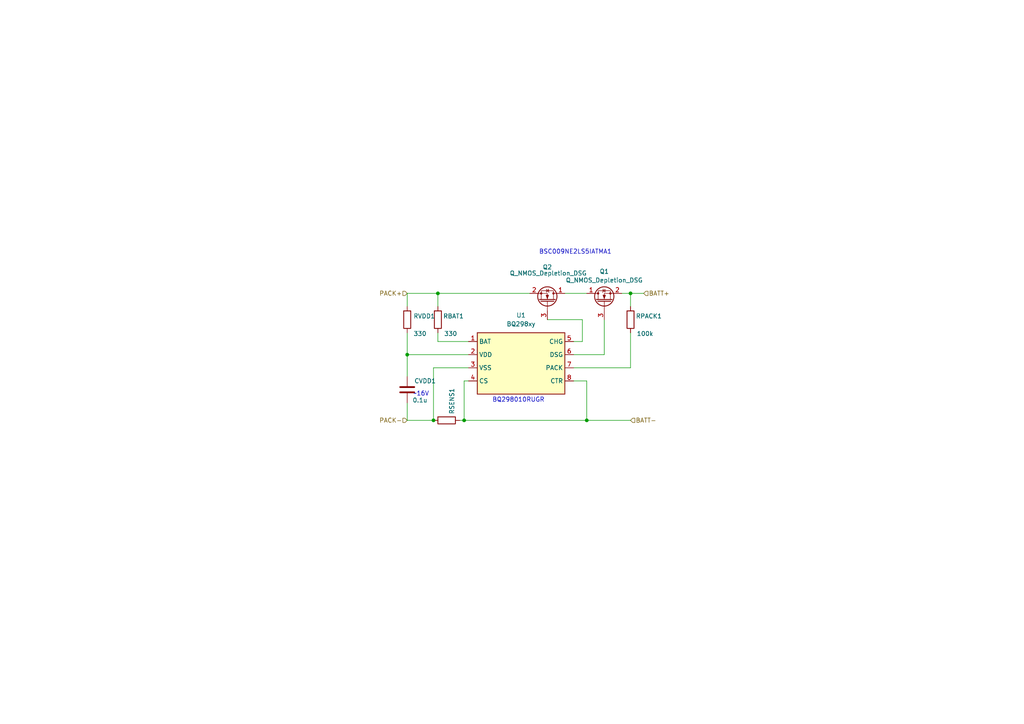
<source format=kicad_sch>
(kicad_sch (version 20250114) (generator "eeschema") (generator_version "9.0")
  (paper "A4")
  (lib_symbols
    (symbol "Battery_Management:BQ297xy"
      (property "Reference" "U1" (at 3.81 9.652 0))
      (property "Value" "BQ298xy" (at 3.81 7.112 0))
      (symbol "BQ297xy_0_1"
        (rectangle (start -7.62 5.08) (end 17.78 -12.7) (stroke (width 0.254)) (fill (type background)))
      )
      (symbol "BQ297xy_1_1"
        (pin input line (at -10.16 2.54 0) (length 2.54) (name "BAT") (number "1"))
        (pin input line (at -10.16 -1.27 0) (length 2.54) (name "VDD") (number "2"))
        (pin power_in line (at -10.16 -5.08 0) (length 2.54) (name "VSS") (number "3"))
        (pin input line (at -10.16 -8.89 0) (length 2.54) (name "CS") (number "4"))
        (pin no_connect line (at 7.62 0 180) (length 2.54) (hide yes) (name "NC") (number "1"))
        (pin input line (at 20.32 2.54 180) (length 2.54) (name "CHG") (number "5"))
        (pin input line (at 20.32 -1.27 180) (length 2.54) (name "DSG") (number "6"))
        (pin input line (at 20.32 -5.08 180) (length 2.54) (name "PACK") (number "7"))
        (pin input line (at 20.32 -8.89 180) (length 2.54) (name "CTR") (number "8"))
      )
    )
    (symbol "Device:C" (pin_numbers (hide yes)) (pin_names (offset 0.254))
      (property "Reference" "C" (at 0.635 2.54 0))
      (property "Value" "C" (at 0.635 -2.54 0))
      (symbol "C_0_1"
        (polyline (pts (xy -2.032 0.762) (xy 2.032 0.762)) (stroke (width 0.508)))
        (polyline (pts (xy -2.032 -0.762) (xy 2.032 -0.762)) (stroke (width 0.508)))
      )
      (symbol "C_1_1"
        (pin passive line (at 0 3.81 270) (length 2.794) (name "~") (number "1"))
        (pin passive line (at 0 -3.81 90) (length 2.794) (name "~") (number "2"))
      )
    )
    (symbol "Device:R" (pin_numbers (hide yes)) (pin_names (offset 0))
      (property "Reference" "R" (at 2.032 0 90))
      (property "Value" "R" (at 0 0 90))
      (symbol "R_0_1"
        (rectangle (start -1.016 -2.54) (end 1.016 2.54) (stroke (width 0.254)))
      )
      (symbol "R_1_1"
        (pin passive line (at 0 3.81 270) (length 1.27) (name "~") (number "1"))
        (pin passive line (at 0 -3.81 90) (length 1.27) (name "~") (number "2"))
      )
    )
    (symbol "Transistor_FET_Other:Q_NMOS_Depletion_DSG" (pin_names (offset 0) (hide yes))
      (property "Reference" "Q" (at 5.08 1.905 0))
      (property "Value" "Q_NMOS_Depletion_DSG" (at 5.08 0 0))
      (symbol "Q_NMOS_Depletion_DSG_0_1"
        (polyline (pts (xy 0.254 1.905) (xy 0.254 -1.905)) (stroke (width 0.254)))
        (polyline (pts (xy 0.254 0) (xy -2.54 0)))
        (polyline (pts (xy 0.762 2.286) (xy 0.762 -2.286)) (stroke (width 0.254)))
        (polyline (pts (xy 0.762 -1.778) (xy 3.302 -1.778) (xy 3.302 1.778) (xy 0.762 1.778)))
        (polyline (pts (xy 1.016 0) (xy 2.032 0.381) (xy 2.032 -0.381) (xy 1.016 0)) (fill (type outline)))
        (circle (center 1.651 0) (radius 2.794) (stroke (width 0.254)))
        (polyline (pts (xy 2.54 2.54) (xy 2.54 1.778)))
        (circle (center 2.54 1.778) (radius 0.254) (fill (type outline)))
        (circle (center 2.54 -1.778) (radius 0.254) (fill (type outline)))
        (polyline (pts (xy 2.54 -2.54) (xy 2.54 0) (xy 0.762 0)))
        (polyline (pts (xy 2.794 0.508) (xy 2.921 0.381) (xy 3.683 0.381) (xy 3.81 0.254)))
        (polyline (pts (xy 3.302 0.381) (xy 2.921 -0.254) (xy 3.683 -0.254) (xy 3.302 0.381)))
      )
      (symbol "Q_NMOS_Depletion_DSG_1_1"
        (pin input line (at -5.08 0 0) (length 2.54) (name "G") (number "3"))
        (pin passive line (at 2.54 5.08 270) (length 2.54) (name "D") (number "1"))
        (pin passive line (at 2.54 -5.08 90) (length 2.54) (name "S") (number "2"))
      )
    )
  )
  (text "BQ298010RUGR" (at 150.368 116.078 0) (effects (font (size 1.27 1.27))))
  (text "BSC009NE2LS5IATMA1" (at 166.878 73.152 0) (effects (font (size 1.27 1.27))))
  (text "~16V\n" (at 122.174 114.3 0) (effects (font (size 1.27 1.27))))
  (junction (at 170.18 121.92))
  (junction (at 118.11 102.87))
  (junction (at 127 85.09))
  (junction (at 134.62 121.92))
  (junction (at 182.88 85.09))
  (junction (at 125.73 121.92))
  (wire (pts (xy 118.11 88.9) (xy 118.11 85.09)))
  (wire (pts (xy 135.89 110.49) (xy 134.62 110.49)))
  (wire (pts (xy 135.89 106.68) (xy 125.73 106.68)))
  (wire (pts (xy 118.11 102.87) (xy 118.11 96.52)))
  (wire (pts (xy 135.89 99.06) (xy 127 99.06)))
  (wire (pts (xy 127 85.09) (xy 127 88.9)))
  (wire (pts (xy 125.73 106.68) (xy 125.73 121.92)))
  (wire (pts (xy 118.11 109.22) (xy 118.11 102.87)))
  (wire (pts (xy 166.37 102.87) (xy 175.26 102.87)))
  (wire (pts (xy 118.11 85.09) (xy 127 85.09)))
  (wire (pts (xy 127 96.52) (xy 127 99.06)))
  (wire (pts (xy 166.37 106.68) (xy 182.88 106.68)))
  (wire (pts (xy 180.34 85.09) (xy 182.88 85.09)))
  (wire (pts (xy 134.62 110.49) (xy 134.62 121.92)))
  (wire (pts (xy 127 85.09) (xy 153.67 85.09)))
  (wire (pts (xy 182.88 121.92) (xy 170.18 121.92)))
  (wire (pts (xy 168.91 99.06) (xy 166.37 99.06)))
  (wire (pts (xy 166.37 110.49) (xy 170.18 110.49)))
  (wire (pts (xy 134.62 121.92) (xy 133.35 121.92)))
  (wire (pts (xy 118.11 102.87) (xy 135.89 102.87)))
  (wire (pts (xy 118.11 121.92) (xy 118.11 116.84)))
  (wire (pts (xy 170.18 110.49) (xy 170.18 121.92)))
  (wire (pts (xy 182.88 88.9) (xy 182.88 85.09)))
  (wire (pts (xy 175.26 102.87) (xy 175.26 92.71)))
  (wire (pts (xy 168.91 92.71) (xy 168.91 99.06)))
  (wire (pts (xy 182.88 85.09) (xy 186.69 85.09)))
  (wire (pts (xy 163.83 85.09) (xy 170.18 85.09)))
  (wire (pts (xy 125.73 121.92) (xy 118.11 121.92)))
  (wire (pts (xy 182.88 106.68) (xy 182.88 96.52)))
  (wire (pts (xy 170.18 121.92) (xy 134.62 121.92)))
  (wire (pts (xy 158.75 92.71) (xy 168.91 92.71)))
  (hierarchical_label "PACK-" (shape input) (at 118.11 121.92 180))
  (hierarchical_label "PACK+" (shape input) (at 118.11 85.09 180))
  (hierarchical_label "BATT-" (shape input) (at 182.88 121.92 0))
  (hierarchical_label "BATT+" (shape input) (at 186.69 85.09 0))
  (symbol (lib_id "Device:R") (at 182.88 92.71 0) (unit 1)
    (property "Reference" "RPACK1" (at 184.404 91.694 0) (effects (justify left)))
    (property "Value" "100k" (at 184.658 96.774 0) (effects (justify left)))
    (property "Footprint" "Resistor_SMD:R_0603_1608Metric" (effects (hide yes)))
    (property "Description" "Resistor" (effects (hide yes)))
  )
  (symbol (lib_id "Device:C") (at 118.11 113.03 0) (unit 1)
    (property "Reference" "CVDD1" (at 120.142 110.49 0) (effects (justify left)))
    (property "Value" "0.1u" (at 119.634 116.078 0) (effects (justify left)))
    (property "Footprint" "Capacitor_SMD:C_0603_1608Metric_Pad1.08x0.95mm_HandSolder" (effects (hide yes)))
    (property "Description" "Unpolarized capacitor" (effects (hide yes)))
  )
  (symbol (lib_id "Transistor_FET_Other:Q_NMOS_Depletion_DSG") (at 158.75 87.63 270) (mirror x) (unit 1)
    (property "Reference" "Q2" (at 158.75 77.47 90))
    (property "Value" "Q_NMOS_Depletion_DSG" (at 159.004 79.248 90))
    (property "Footprint" "Fooprints:MOSFET_BSC093N04LSGATMA1" (effects (hide yes)))
    (property "Description" "Depletion-mode N-channel MOSFET drain/source/gate" (effects (hide yes)))
  )
  (symbol (lib_id "Battery_Management:BQ297xy") (at 146.05 101.6 0) (unit 1)
    (property "Reference" "U1" (at 151.13 91.44 0))
    (property "Value" "BQ298xy" (at 151.13 93.98 0))
    (property "Footprint" "Fooprints:QFN50P150X150X40-8N" (effects (hide yes)))
    (property "Datasheet" "http://www.ti.com/lit/ds/symlink/bq2970.pdf" (effects (hide yes)))
    (property "Description" "Voltage and Current Protection for Single-Cell Li-Ion and Li-Polymer Batteries" (effects (hide yes)))
  )
  (symbol (lib_id "Device:R") (at 129.54 121.92 90) (unit 1)
    (property "Reference" "RSENS1" (at 131.064 120.142 0) (effects (justify left)))
    (property "Value" "322" (effects (hide yes)))
    (property "Footprint" "Resistor_SMD:R_2512_6332Metric" (effects (hide yes)))
    (property "Description" "Resistor" (effects (hide yes)))
  )
  (symbol (lib_id "Device:R") (at 118.11 92.71 0) (unit 1)
    (property "Reference" "RVDD1" (at 119.888 91.694 0) (effects (justify left)))
    (property "Value" "330" (at 119.888 96.774 0) (effects (justify left)))
    (property "Footprint" "Resistor_SMD:R_0603_1608Metric" (effects (hide yes)))
    (property "Description" "Resistor" (effects (hide yes)))
  )
  (symbol (lib_id "Transistor_FET_Other:Q_NMOS_Depletion_DSG") (at 175.26 87.63 90) (unit 1)
    (property "Reference" "Q1" (at 175.26 78.74 90))
    (property "Value" "Q_NMOS_Depletion_DSG" (at 175.26 81.28 90))
    (property "Footprint" "Fooprints:MOSFET_BSC093N04LSGATMA1" (effects (hide yes)))
    (property "Description" "Depletion-mode N-channel MOSFET drain/source/gate" (effects (hide yes)))
  )
  (symbol (lib_id "Device:R") (at 127 92.71 0) (unit 1)
    (property "Reference" "RBAT1" (at 128.524 91.694 0) (effects (justify left)))
    (property "Value" "330" (at 128.778 96.774 0) (effects (justify left)))
    (property "Footprint" "Resistor_SMD:R_0603_1608Metric" (effects (hide yes)))
    (property "Description" "Resistor" (effects (hide yes)))
  )
)
</source>
